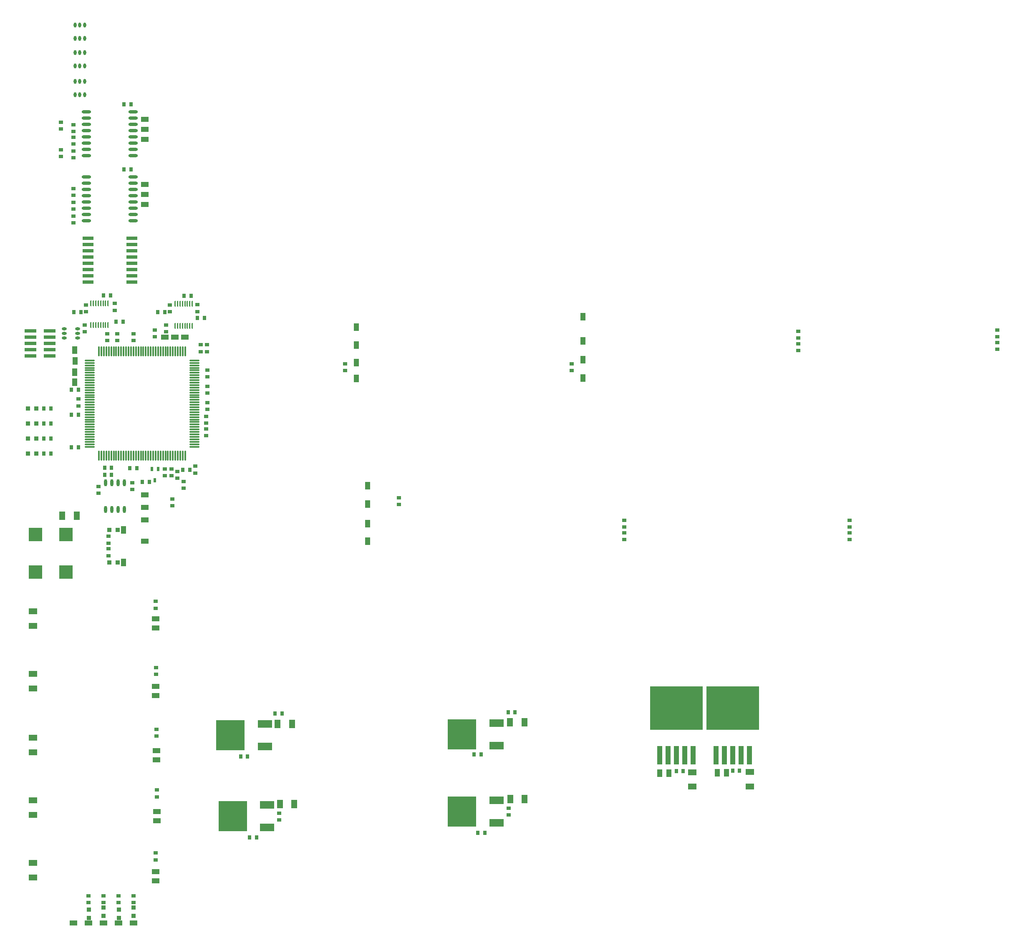
<source format=gtp>
G04*
G04 #@! TF.GenerationSoftware,Altium Limited,Altium Designer,20.0.14 (345)*
G04*
G04 Layer_Color=8421504*
%FSLAX25Y25*%
%MOIN*%
G70*
G01*
G75*
%ADD19R,0.42000X0.35000*%
%ADD20R,0.04200X0.15000*%
%ADD21R,0.03543X0.03150*%
%ADD22R,0.03150X0.03543*%
%ADD23R,0.09000X0.03000*%
%ADD24R,0.05906X0.04331*%
%ADD25R,0.03937X0.06299*%
%ADD26R,0.07087X0.05118*%
%ADD27R,0.04331X0.05906*%
%ADD28R,0.05118X0.07087*%
%ADD29R,0.11811X0.06299*%
%ADD30R,0.22835X0.24410*%
%ADD31R,0.03740X0.03740*%
%ADD32R,0.06299X0.03937*%
%ADD33R,0.01968X0.03543*%
%ADD34R,0.03740X0.03740*%
%ADD35O,0.02362X0.05709*%
%ADD36O,0.08268X0.01181*%
%ADD37O,0.01181X0.08268*%
%ADD38O,0.03937X0.02362*%
%ADD39O,0.07480X0.02362*%
%ADD40O,0.02362X0.03937*%
%ADD41R,0.10630X0.10630*%
G04:AMPARAMS|DCode=42|XSize=29.92mil|YSize=94.49mil|CornerRadius=7.48mil|HoleSize=0mil|Usage=FLASHONLY|Rotation=270.000|XOffset=0mil|YOffset=0mil|HoleType=Round|Shape=RoundedRectangle|*
%AMROUNDEDRECTD42*
21,1,0.02992,0.07953,0,0,270.0*
21,1,0.01496,0.09449,0,0,270.0*
1,1,0.01496,-0.03976,-0.00748*
1,1,0.01496,-0.03976,0.00748*
1,1,0.01496,0.03976,0.00748*
1,1,0.01496,0.03976,-0.00748*
%
%ADD42ROUNDEDRECTD42*%
%ADD43O,0.01000X0.05315*%
D19*
X513828Y167402D02*
D03*
X558828D02*
D03*
D20*
X500428Y129902D02*
D03*
X507128D02*
D03*
X527228D02*
D03*
X520528D02*
D03*
X513828D02*
D03*
X558828D02*
D03*
X565528D02*
D03*
X572228D02*
D03*
X552128D02*
D03*
X545428D02*
D03*
D21*
X770291Y464044D02*
D03*
Y469556D02*
D03*
X652291Y307556D02*
D03*
Y302044D02*
D03*
X611291Y463044D02*
D03*
Y468556D02*
D03*
X472291Y307556D02*
D03*
Y302044D02*
D03*
X22291Y608044D02*
D03*
Y613556D02*
D03*
X36291Y414312D02*
D03*
Y408800D02*
D03*
X139291Y432044D02*
D03*
Y437556D02*
D03*
X120291Y348556D02*
D03*
Y343044D02*
D03*
X138291Y395044D02*
D03*
Y400556D02*
D03*
X32291Y566044D02*
D03*
Y571556D02*
D03*
Y618044D02*
D03*
Y623556D02*
D03*
Y582556D02*
D03*
Y577044D02*
D03*
Y633556D02*
D03*
Y628044D02*
D03*
X22291Y635556D02*
D03*
Y630044D02*
D03*
X109291Y489556D02*
D03*
Y484044D02*
D03*
X41291Y468044D02*
D03*
Y473556D02*
D03*
X106291Y468044D02*
D03*
Y473556D02*
D03*
X42291Y489556D02*
D03*
Y484044D02*
D03*
X652291Y312044D02*
D03*
Y317556D02*
D03*
X472291Y312044D02*
D03*
Y317556D02*
D03*
X611291Y458556D02*
D03*
Y453044D02*
D03*
X770291Y459556D02*
D03*
Y454044D02*
D03*
X52291Y339044D02*
D03*
Y344556D02*
D03*
X129426Y355254D02*
D03*
Y360766D02*
D03*
X134000Y457756D02*
D03*
Y452244D02*
D03*
X139291Y419044D02*
D03*
Y424556D02*
D03*
Y411556D02*
D03*
Y406044D02*
D03*
X138291Y390556D02*
D03*
Y385044D02*
D03*
X97291Y469556D02*
D03*
Y464044D02*
D03*
X139000Y457756D02*
D03*
Y452244D02*
D03*
X67291Y466556D02*
D03*
Y461044D02*
D03*
X115291Y351044D02*
D03*
Y356556D02*
D03*
X110375Y358556D02*
D03*
Y353044D02*
D03*
X105291Y353044D02*
D03*
Y358556D02*
D03*
X32291Y612556D02*
D03*
Y607044D02*
D03*
X80291Y466556D02*
D03*
Y461044D02*
D03*
X59291Y466556D02*
D03*
Y461044D02*
D03*
X32291Y560556D02*
D03*
Y555044D02*
D03*
X65291Y485288D02*
D03*
Y490800D02*
D03*
X131291Y484288D02*
D03*
Y489800D02*
D03*
X292291Y335556D02*
D03*
Y330044D02*
D03*
X379741Y82044D02*
D03*
Y87556D02*
D03*
X80291Y12044D02*
D03*
Y17556D02*
D03*
X68291Y12044D02*
D03*
Y17556D02*
D03*
X56291Y12044D02*
D03*
Y17556D02*
D03*
X44291Y12044D02*
D03*
Y17556D02*
D03*
X98809Y96465D02*
D03*
Y101977D02*
D03*
X98584Y145075D02*
D03*
Y150587D02*
D03*
X98059Y194446D02*
D03*
Y199958D02*
D03*
X98000Y46244D02*
D03*
Y51756D02*
D03*
Y252756D02*
D03*
Y247244D02*
D03*
X111291Y334556D02*
D03*
Y329044D02*
D03*
X79291Y342044D02*
D03*
Y347556D02*
D03*
X60291Y289288D02*
D03*
Y294800D02*
D03*
Y304800D02*
D03*
Y299288D02*
D03*
X249291Y442556D02*
D03*
Y437044D02*
D03*
X430291Y442556D02*
D03*
Y437044D02*
D03*
X196344Y83533D02*
D03*
Y78021D02*
D03*
D22*
X92756Y348000D02*
D03*
X87244D02*
D03*
X38047Y483800D02*
D03*
X32535D02*
D03*
X105047D02*
D03*
X99535D02*
D03*
X61756Y497000D02*
D03*
X56244D02*
D03*
X126047Y496800D02*
D03*
X120535D02*
D03*
X57045Y359472D02*
D03*
X62556D02*
D03*
X77323Y359139D02*
D03*
X82835D02*
D03*
X125047Y357800D02*
D03*
X119535D02*
D03*
X30535Y421800D02*
D03*
X36047D02*
D03*
X78047Y597800D02*
D03*
X72535D02*
D03*
X30535Y401800D02*
D03*
X36047D02*
D03*
X30535Y375800D02*
D03*
X36047D02*
D03*
X78047Y649800D02*
D03*
X72535D02*
D03*
X136756Y479000D02*
D03*
X131244D02*
D03*
X71756Y476000D02*
D03*
X66244D02*
D03*
X558693Y117375D02*
D03*
X564205D02*
D03*
X379488Y164000D02*
D03*
X385000D02*
D03*
X193244Y163000D02*
D03*
X198756D02*
D03*
X57045Y353800D02*
D03*
X62556D02*
D03*
X14047Y406800D02*
D03*
X8535D02*
D03*
X14047Y394800D02*
D03*
X8535D02*
D03*
X14047Y382800D02*
D03*
X8535D02*
D03*
X14047Y370800D02*
D03*
X8535D02*
D03*
X165779Y128800D02*
D03*
X171291D02*
D03*
X513827Y117174D02*
D03*
X519339D02*
D03*
X172901Y64021D02*
D03*
X178413D02*
D03*
X355229Y67800D02*
D03*
X360741D02*
D03*
X352259Y130373D02*
D03*
X357771D02*
D03*
D23*
X79000Y527729D02*
D03*
Y522729D02*
D03*
Y517729D02*
D03*
Y532729D02*
D03*
Y537729D02*
D03*
Y542729D02*
D03*
Y507729D02*
D03*
Y512729D02*
D03*
X44000Y542729D02*
D03*
Y507729D02*
D03*
Y512729D02*
D03*
Y517729D02*
D03*
Y522729D02*
D03*
Y537729D02*
D03*
Y532729D02*
D03*
Y527729D02*
D03*
D24*
X98000Y29300D02*
D03*
Y36700D02*
D03*
X98584Y126131D02*
D03*
Y133531D02*
D03*
X97927Y177433D02*
D03*
Y184833D02*
D03*
X98000Y238700D02*
D03*
Y231300D02*
D03*
X98809Y84921D02*
D03*
Y77521D02*
D03*
D25*
X439169Y479975D02*
D03*
Y445935D02*
D03*
Y431000D02*
D03*
X258291Y471800D02*
D03*
Y443617D02*
D03*
Y430800D02*
D03*
X267116Y345204D02*
D03*
Y330509D02*
D03*
X267291Y300800D02*
D03*
X267116Y314927D02*
D03*
X33238Y427675D02*
D03*
X33136Y453579D02*
D03*
X33291Y435800D02*
D03*
X33343Y444692D02*
D03*
X258291Y457531D02*
D03*
X439169Y460738D02*
D03*
X72291Y309800D02*
D03*
Y283800D02*
D03*
D26*
X572449Y104958D02*
D03*
Y116375D02*
D03*
X526583Y104756D02*
D03*
Y116174D02*
D03*
X0Y194709D02*
D03*
Y183291D02*
D03*
Y244709D02*
D03*
Y233291D02*
D03*
Y143709D02*
D03*
Y132291D02*
D03*
Y82291D02*
D03*
Y93709D02*
D03*
X-0Y43709D02*
D03*
Y32291D02*
D03*
D27*
X546416Y115796D02*
D03*
X553816D02*
D03*
X507820Y115595D02*
D03*
X500420D02*
D03*
D28*
X380932Y156129D02*
D03*
X392349D02*
D03*
X392449Y94800D02*
D03*
X381032D02*
D03*
X208549Y90777D02*
D03*
X197132D02*
D03*
X195323Y154800D02*
D03*
X206741D02*
D03*
X23291Y321000D02*
D03*
X34709D02*
D03*
D29*
X370032Y75804D02*
D03*
Y93796D02*
D03*
X186840Y72025D02*
D03*
Y90017D02*
D03*
X185032Y136808D02*
D03*
Y154800D02*
D03*
X370032Y155600D02*
D03*
Y137608D02*
D03*
D30*
X342552Y84800D02*
D03*
X159360Y81021D02*
D03*
X157552Y145804D02*
D03*
X342552Y146604D02*
D03*
D31*
X80291Y8146D02*
D03*
Y1453D02*
D03*
X68417Y6510D02*
D03*
Y-183D02*
D03*
X56291Y8146D02*
D03*
Y1453D02*
D03*
X44418Y6630D02*
D03*
Y-62D02*
D03*
D32*
X44291Y-4200D02*
D03*
X32291D02*
D03*
X89291Y337800D02*
D03*
Y327800D02*
D03*
Y317800D02*
D03*
Y300800D02*
D03*
X105291Y463800D02*
D03*
X113291D02*
D03*
X121291D02*
D03*
X89291Y569800D02*
D03*
Y577800D02*
D03*
Y585800D02*
D03*
Y621800D02*
D03*
Y629800D02*
D03*
Y637800D02*
D03*
X56291Y-4200D02*
D03*
X80291D02*
D03*
X68291D02*
D03*
D33*
X99839Y358301D02*
D03*
X94721D02*
D03*
X97280Y349443D02*
D03*
D34*
X67638Y283800D02*
D03*
X60945D02*
D03*
Y309800D02*
D03*
X67638D02*
D03*
X-4055Y406800D02*
D03*
X2638D02*
D03*
X-4055Y394800D02*
D03*
X2638D02*
D03*
Y382800D02*
D03*
X-4055D02*
D03*
X2638Y370800D02*
D03*
X-4055D02*
D03*
D35*
X72791Y347528D02*
D03*
X67791D02*
D03*
X62791D02*
D03*
X57791D02*
D03*
X72791Y326072D02*
D03*
X67791D02*
D03*
X62791D02*
D03*
X57791D02*
D03*
D36*
X45268Y376280D02*
D03*
Y378249D02*
D03*
Y380217D02*
D03*
Y382186D02*
D03*
Y384154D02*
D03*
Y386123D02*
D03*
Y388091D02*
D03*
Y390060D02*
D03*
Y392028D02*
D03*
Y393997D02*
D03*
Y395965D02*
D03*
Y397934D02*
D03*
Y399902D02*
D03*
Y401871D02*
D03*
Y403839D02*
D03*
Y405808D02*
D03*
Y407776D02*
D03*
Y409745D02*
D03*
Y411713D02*
D03*
Y413682D02*
D03*
Y415650D02*
D03*
Y417619D02*
D03*
Y419587D02*
D03*
Y421556D02*
D03*
Y423524D02*
D03*
Y425493D02*
D03*
Y427461D02*
D03*
Y429430D02*
D03*
Y431398D02*
D03*
Y433367D02*
D03*
Y435335D02*
D03*
Y437304D02*
D03*
Y439272D02*
D03*
Y441241D02*
D03*
Y443210D02*
D03*
Y445178D02*
D03*
X128732D02*
D03*
Y443210D02*
D03*
Y441241D02*
D03*
Y439272D02*
D03*
Y437304D02*
D03*
Y435335D02*
D03*
Y433367D02*
D03*
Y431398D02*
D03*
Y429430D02*
D03*
Y427461D02*
D03*
Y425493D02*
D03*
Y423524D02*
D03*
Y421556D02*
D03*
Y419587D02*
D03*
Y417619D02*
D03*
Y415650D02*
D03*
Y413682D02*
D03*
Y411713D02*
D03*
Y409745D02*
D03*
Y407776D02*
D03*
Y405808D02*
D03*
Y403839D02*
D03*
Y401871D02*
D03*
Y399902D02*
D03*
Y397934D02*
D03*
Y395965D02*
D03*
Y393997D02*
D03*
Y392028D02*
D03*
Y390060D02*
D03*
Y388091D02*
D03*
Y386123D02*
D03*
Y384154D02*
D03*
Y382186D02*
D03*
Y380217D02*
D03*
Y378249D02*
D03*
Y376280D02*
D03*
D37*
X52551Y452461D02*
D03*
X54520D02*
D03*
X56488D02*
D03*
X58457D02*
D03*
X60425D02*
D03*
X62394D02*
D03*
X64362D02*
D03*
X66331D02*
D03*
X68299D02*
D03*
X70268D02*
D03*
X72236D02*
D03*
X74205D02*
D03*
X76173D02*
D03*
X78142D02*
D03*
X80110D02*
D03*
X82079D02*
D03*
X84047D02*
D03*
X86016D02*
D03*
X87984D02*
D03*
X89953D02*
D03*
X91921D02*
D03*
X93890D02*
D03*
X95858D02*
D03*
X97827D02*
D03*
X99795D02*
D03*
X101764D02*
D03*
X103732D02*
D03*
X105701D02*
D03*
X107669D02*
D03*
X109638D02*
D03*
X111606D02*
D03*
X113575D02*
D03*
X115543D02*
D03*
X117512D02*
D03*
X119480D02*
D03*
X121449D02*
D03*
Y368997D02*
D03*
X119480D02*
D03*
X117512D02*
D03*
X115543D02*
D03*
X113575D02*
D03*
X111606D02*
D03*
X109638D02*
D03*
X107669D02*
D03*
X105701D02*
D03*
X103732D02*
D03*
X101764D02*
D03*
X99795D02*
D03*
X97827D02*
D03*
X95858D02*
D03*
X93890D02*
D03*
X91921D02*
D03*
X89953D02*
D03*
X87984D02*
D03*
X86016D02*
D03*
X84047D02*
D03*
X82079D02*
D03*
X80110D02*
D03*
X78142D02*
D03*
X76173D02*
D03*
X74205D02*
D03*
X72236D02*
D03*
X70268D02*
D03*
X68299D02*
D03*
X66331D02*
D03*
X64362D02*
D03*
X62394D02*
D03*
X60425D02*
D03*
X58457D02*
D03*
X56488D02*
D03*
X54520D02*
D03*
X52551D02*
D03*
D38*
X35606Y463060D02*
D03*
Y466800D02*
D03*
Y470540D02*
D03*
X24976Y463060D02*
D03*
Y466800D02*
D03*
Y470540D02*
D03*
D39*
X79760Y556729D02*
D03*
Y561729D02*
D03*
Y566729D02*
D03*
Y571729D02*
D03*
Y576729D02*
D03*
Y581729D02*
D03*
Y586729D02*
D03*
Y591729D02*
D03*
X42358Y556729D02*
D03*
Y561729D02*
D03*
Y566729D02*
D03*
Y571729D02*
D03*
Y576729D02*
D03*
Y581729D02*
D03*
Y586729D02*
D03*
Y591729D02*
D03*
X79760Y608729D02*
D03*
Y613729D02*
D03*
Y618729D02*
D03*
Y623729D02*
D03*
Y628729D02*
D03*
Y633729D02*
D03*
Y638729D02*
D03*
Y643729D02*
D03*
X42358Y608729D02*
D03*
Y613729D02*
D03*
Y618729D02*
D03*
Y623729D02*
D03*
Y628729D02*
D03*
Y633729D02*
D03*
Y638729D02*
D03*
Y643729D02*
D03*
D40*
X41032Y668115D02*
D03*
X37291D02*
D03*
X33551D02*
D03*
X41032Y657485D02*
D03*
X37291D02*
D03*
X33551D02*
D03*
X41032Y691115D02*
D03*
X37291D02*
D03*
X33551D02*
D03*
X41032Y680485D02*
D03*
X37291D02*
D03*
X33551D02*
D03*
X41032Y713115D02*
D03*
X37291D02*
D03*
X33551D02*
D03*
X41032Y702485D02*
D03*
X37291D02*
D03*
X33551D02*
D03*
D41*
X26244Y306000D02*
D03*
X1756D02*
D03*
X26244Y276000D02*
D03*
X1756D02*
D03*
D42*
X13124Y448800D02*
D03*
Y453800D02*
D03*
Y458800D02*
D03*
Y463800D02*
D03*
Y468800D02*
D03*
X-2231Y448800D02*
D03*
Y453800D02*
D03*
Y458800D02*
D03*
Y463800D02*
D03*
Y468800D02*
D03*
D43*
X113480Y472800D02*
D03*
X115449D02*
D03*
X117417D02*
D03*
X119386D02*
D03*
X121354D02*
D03*
X123323D02*
D03*
X125291D02*
D03*
X127260D02*
D03*
X113480Y490320D02*
D03*
X115449D02*
D03*
X117417D02*
D03*
X119386D02*
D03*
X121354D02*
D03*
X123323D02*
D03*
X125291D02*
D03*
X127260D02*
D03*
X46182Y473341D02*
D03*
X48150D02*
D03*
X50119D02*
D03*
X52087D02*
D03*
X54056D02*
D03*
X56024D02*
D03*
X57993D02*
D03*
X59961D02*
D03*
X46182Y490861D02*
D03*
X48150D02*
D03*
X50119D02*
D03*
X52087D02*
D03*
X54056D02*
D03*
X56024D02*
D03*
X57993D02*
D03*
X59961D02*
D03*
M02*

</source>
